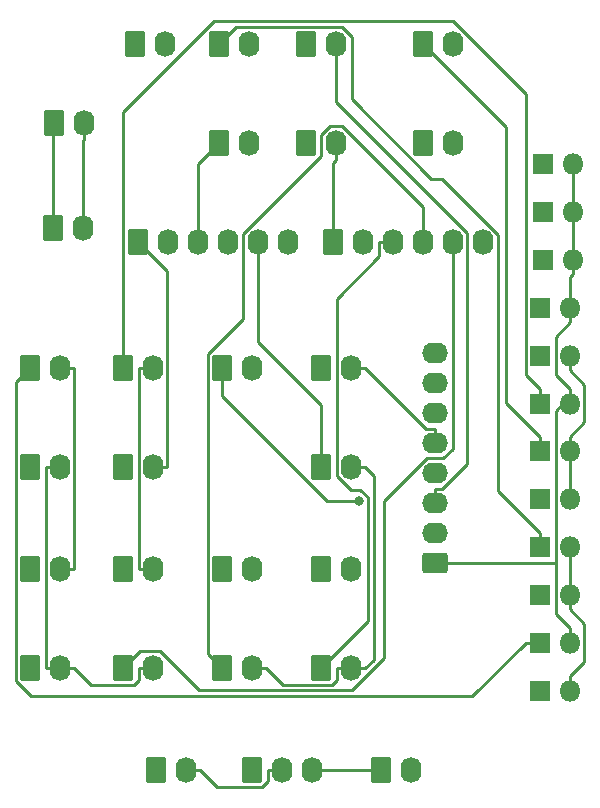
<source format=gbr>
%TF.GenerationSoftware,KiCad,Pcbnew,7.0.9*%
%TF.CreationDate,2023-12-04T06:36:33+10:00*%
%TF.ProjectId,CMSP NMSP,434d5350-204e-44d5-9350-2e6b69636164,rev?*%
%TF.SameCoordinates,Original*%
%TF.FileFunction,Copper,L1,Top*%
%TF.FilePolarity,Positive*%
%FSLAX46Y46*%
G04 Gerber Fmt 4.6, Leading zero omitted, Abs format (unit mm)*
G04 Created by KiCad (PCBNEW 7.0.9) date 2023-12-04 06:36:33*
%MOMM*%
%LPD*%
G01*
G04 APERTURE LIST*
G04 Aperture macros list*
%AMRoundRect*
0 Rectangle with rounded corners*
0 $1 Rounding radius*
0 $2 $3 $4 $5 $6 $7 $8 $9 X,Y pos of 4 corners*
0 Add a 4 corners polygon primitive as box body*
4,1,4,$2,$3,$4,$5,$6,$7,$8,$9,$2,$3,0*
0 Add four circle primitives for the rounded corners*
1,1,$1+$1,$2,$3*
1,1,$1+$1,$4,$5*
1,1,$1+$1,$6,$7*
1,1,$1+$1,$8,$9*
0 Add four rect primitives between the rounded corners*
20,1,$1+$1,$2,$3,$4,$5,0*
20,1,$1+$1,$4,$5,$6,$7,0*
20,1,$1+$1,$6,$7,$8,$9,0*
20,1,$1+$1,$8,$9,$2,$3,0*%
G04 Aperture macros list end*
%TA.AperFunction,ComponentPad*%
%ADD10RoundRect,0.250000X-0.620000X-0.845000X0.620000X-0.845000X0.620000X0.845000X-0.620000X0.845000X0*%
%TD*%
%TA.AperFunction,ComponentPad*%
%ADD11O,1.740000X2.190000*%
%TD*%
%TA.AperFunction,ComponentPad*%
%ADD12RoundRect,0.250000X0.845000X-0.620000X0.845000X0.620000X-0.845000X0.620000X-0.845000X-0.620000X0*%
%TD*%
%TA.AperFunction,ComponentPad*%
%ADD13O,2.190000X1.740000*%
%TD*%
%TA.AperFunction,ComponentPad*%
%ADD14R,1.800000X1.800000*%
%TD*%
%TA.AperFunction,ComponentPad*%
%ADD15O,1.800000X1.800000*%
%TD*%
%TA.AperFunction,ViaPad*%
%ADD16C,0.800000*%
%TD*%
%TA.AperFunction,Conductor*%
%ADD17C,0.250000*%
%TD*%
G04 APERTURE END LIST*
D10*
%TO.P,SW12,1,1*%
%TO.N,Net-(D14-K)*%
X108458000Y-92964000D03*
D11*
%TO.P,SW12,2,2*%
%TO.N,/ROW11*%
X110998000Y-92964000D03*
%TD*%
D10*
%TO.P,SW11,1,1*%
%TO.N,Net-(D13-K)*%
X108458000Y-75946000D03*
D11*
%TO.P,SW11,2,2*%
%TO.N,/ROW11*%
X110998000Y-75946000D03*
%TD*%
D10*
%TO.P,SW9,1,1*%
%TO.N,Net-(D10-K)*%
X116332000Y-75926000D03*
D11*
%TO.P,SW9,2,2*%
%TO.N,/ROW10*%
X118872000Y-75926000D03*
%TD*%
D10*
%TO.P,SW5,1,A*%
%TO.N,Net-(D5-K)*%
X124714000Y-75946000D03*
D11*
%TO.P,SW5,2,B*%
%TO.N,/ROW8*%
X127254000Y-75946000D03*
%TD*%
D10*
%TO.P,SW3,1,1*%
%TO.N,Net-(D3-K)*%
X133096000Y-92964000D03*
D11*
%TO.P,SW3,2,2*%
%TO.N,/ROW9*%
X135636000Y-92964000D03*
%TD*%
D10*
%TO.P,SW2,1,1*%
%TO.N,Net-(D2-K)*%
X133096000Y-75946000D03*
D11*
%TO.P,SW2,2,2*%
%TO.N,/ROW8*%
X135636000Y-75946000D03*
%TD*%
D10*
%TO.P,SW1,1,1*%
%TO.N,Net-(D1-K)*%
X131826000Y-48494000D03*
D11*
%TO.P,SW1,2,2*%
%TO.N,/ROW6*%
X134366000Y-48494000D03*
%TD*%
D10*
%TO.P,LA10,1,-*%
%TO.N,/ILS*%
X108458000Y-101366000D03*
D11*
%TO.P,LA10,2,+*%
%TO.N,/+12V*%
X110998000Y-101366000D03*
%TD*%
D10*
%TO.P,LA9,1,-*%
%TO.N,/TISL*%
X108458000Y-84328000D03*
D11*
%TO.P,LA9,2,+*%
%TO.N,/+12V*%
X110998000Y-84328000D03*
%TD*%
D10*
%TO.P,LA8,1,-*%
%TO.N,/EGI*%
X116332000Y-84348000D03*
D11*
%TO.P,LA8,2,+*%
%TO.N,/+12V*%
X118872000Y-84348000D03*
%TD*%
D10*
%TO.P,LA7,1,-*%
%TO.N,/TCN*%
X116332000Y-101366000D03*
D11*
%TO.P,LA7,2,+*%
%TO.N,/+12V*%
X118872000Y-101366000D03*
%TD*%
D10*
%TO.P,LA6,1,-*%
%TO.N,/ANCHR*%
X124714000Y-101366000D03*
D11*
%TO.P,LA6,2,+*%
%TO.N,/+12V*%
X127254000Y-101366000D03*
%TD*%
D10*
%TO.P,LA5,1,-*%
%TO.N,/MISSLE LAUNCH*%
X141732000Y-56916000D03*
D11*
%TO.P,LA5,2,+*%
%TO.N,/+12V*%
X144272000Y-56916000D03*
%TD*%
D10*
%TO.P,LA4,1,-*%
%TO.N,/SEP*%
X124460000Y-56916000D03*
D11*
%TO.P,LA4,2,+*%
%TO.N,/+12V*%
X127000000Y-56916000D03*
%TD*%
D10*
%TO.P,LA3,1,-*%
%TO.N,/STR PT*%
X133096000Y-101346000D03*
D11*
%TO.P,LA3,2,+*%
%TO.N,/+12V*%
X135636000Y-101346000D03*
%TD*%
D10*
%TO.P,LA2,1,-*%
%TO.N,/HARS*%
X133096000Y-84348000D03*
D11*
%TO.P,LA2,2,+*%
%TO.N,/+12V*%
X135636000Y-84348000D03*
%TD*%
D10*
%TO.P,LA1,1,-*%
%TO.N,/PRI*%
X131826000Y-56916000D03*
D11*
%TO.P,LA1,2,+*%
%TO.N,/+12V*%
X134366000Y-56916000D03*
%TD*%
D12*
%TO.P,J6,1,Pin_1*%
%TO.N,/COL4*%
X142748000Y-92456000D03*
D13*
%TO.P,J6,2,Pin_2*%
%TO.N,/COL5*%
X142748000Y-89916000D03*
%TO.P,J6,3,Pin_3*%
%TO.N,/ROW6*%
X142748000Y-87376000D03*
%TO.P,J6,4,Pin_4*%
%TO.N,/ROW7*%
X142748000Y-84836000D03*
%TO.P,J6,5,Pin_5*%
%TO.N,/ROW8*%
X142748000Y-82296000D03*
%TO.P,J6,6,Pin_6*%
%TO.N,/ROW9*%
X142748000Y-79756000D03*
%TO.P,J6,7,Pin_7*%
%TO.N,/ROW10*%
X142748000Y-77216000D03*
%TO.P,J6,8,Pin_8*%
%TO.N,/ROW11*%
X142748000Y-74676000D03*
%TD*%
D10*
%TO.P,J5,1,Pin_1*%
%TO.N,/+12V*%
X134112000Y-65278000D03*
D11*
%TO.P,J5,2,Pin_2*%
%TO.N,/TISL*%
X136652000Y-65278000D03*
%TO.P,J5,3,Pin_3*%
%TO.N,/STR PT*%
X139192000Y-65278000D03*
%TO.P,J5,4,Pin_4*%
%TO.N,/ANCHR*%
X141732000Y-65278000D03*
%TO.P,J5,5,Pin_5*%
%TO.N,/TCN*%
X144272000Y-65278000D03*
%TO.P,J5,6,Pin_6*%
%TO.N,/ILS*%
X146812000Y-65278000D03*
%TD*%
D10*
%TO.P,J4,1,Pin_1*%
%TO.N,/+12V*%
X117602000Y-65278000D03*
D11*
%TO.P,J4,2,Pin_2*%
%TO.N,/PRI*%
X120142000Y-65278000D03*
%TO.P,J4,3,Pin_3*%
%TO.N,/SEP*%
X122682000Y-65278000D03*
%TO.P,J4,4,Pin_4*%
%TO.N,/MISSLE LAUNCH*%
X125222000Y-65278000D03*
%TO.P,J4,5,Pin_5*%
%TO.N,/HARS*%
X127762000Y-65278000D03*
%TO.P,J4,6,Pin_6*%
%TO.N,/EGI*%
X130302000Y-65278000D03*
%TD*%
D10*
%TO.P,J3,1,Pin_1*%
%TO.N,Net-(D12-K)*%
X127254000Y-109962000D03*
D11*
%TO.P,J3,2,Pin_2*%
%TO.N,Net-(D12-A)*%
X129794000Y-109962000D03*
%TO.P,J3,3,Pin_3*%
%TO.N,Net-(D8-K)*%
X132334000Y-109962000D03*
%TD*%
D14*
%TO.P,D14,1,K*%
%TO.N,Net-(D14-K)*%
X151638000Y-103242000D03*
D15*
%TO.P,D14,2,A*%
%TO.N,/COL5*%
X154178000Y-103242000D03*
%TD*%
D14*
%TO.P,D13,1,K*%
%TO.N,Net-(D13-K)*%
X151638000Y-99190400D03*
D15*
%TO.P,D13,2,A*%
%TO.N,/COL4*%
X154178000Y-99190400D03*
%TD*%
D10*
%TO.P,D12,1,K*%
%TO.N,Net-(D12-K)*%
X119126000Y-109982000D03*
D11*
%TO.P,D12,2,A*%
%TO.N,Net-(D12-A)*%
X121666000Y-109982000D03*
%TD*%
D14*
%TO.P,D11,1,K*%
%TO.N,Net-(D11-K)*%
X151638000Y-95138700D03*
D15*
%TO.P,D11,2,A*%
%TO.N,/COL5*%
X154178000Y-95138700D03*
%TD*%
D10*
%TO.P,D8,1,K*%
%TO.N,Net-(D8-K)*%
X138176000Y-109982000D03*
D11*
%TO.P,D8,2,A*%
%TO.N,Net-(D12-A)*%
X140716000Y-109982000D03*
%TD*%
D10*
%TO.P,SW10,1,1*%
%TO.N,Net-(D11-K)*%
X116332000Y-92964000D03*
D11*
%TO.P,SW10,2,2*%
%TO.N,/ROW10*%
X118872000Y-92964000D03*
%TD*%
D14*
%TO.P,D4,1,K*%
%TO.N,Net-(D4-K)*%
X151638000Y-91087100D03*
D15*
%TO.P,D4,2,A*%
%TO.N,/COL5*%
X154178000Y-91087100D03*
%TD*%
D10*
%TO.P,SW6,1,1*%
%TO.N,Net-(D6-K)*%
X141732000Y-48514000D03*
D11*
%TO.P,SW6,2,2*%
%TO.N,/ROW7*%
X144272000Y-48514000D03*
%TD*%
D14*
%TO.P,D10,1,K*%
%TO.N,Net-(D10-K)*%
X151638000Y-78932200D03*
D15*
%TO.P,D10,2,A*%
%TO.N,/COL4*%
X154178000Y-78932200D03*
%TD*%
D14*
%TO.P,D7,1,K*%
%TO.N,Net-(D7-K)*%
X151638000Y-74880500D03*
D15*
%TO.P,D7,2,A*%
%TO.N,/COL5*%
X154178000Y-74880500D03*
%TD*%
D10*
%TO.P,J2,1,Pin_1*%
%TO.N,Net-(J1-Pin_1)*%
X110390000Y-64110000D03*
D11*
%TO.P,J2,2,Pin_2*%
%TO.N,Net-(J1-Pin_2)*%
X112930000Y-64110000D03*
%TD*%
D14*
%TO.P,D9,1,K*%
%TO.N,Net-(D9-K)*%
X151892000Y-62725600D03*
D15*
%TO.P,D9,2,A*%
%TO.N,/COL4*%
X154432000Y-62725600D03*
%TD*%
D10*
%TO.P,SW8,1,1*%
%TO.N,Net-(D9-K)*%
X117348000Y-48494000D03*
D11*
%TO.P,SW8,2,2*%
%TO.N,/ROW7*%
X119888000Y-48494000D03*
%TD*%
D14*
%TO.P,D3,1,K*%
%TO.N,Net-(D3-K)*%
X151638000Y-70828900D03*
D15*
%TO.P,D3,2,A*%
%TO.N,/COL4*%
X154178000Y-70828900D03*
%TD*%
D14*
%TO.P,D6,1,K*%
%TO.N,Net-(D6-K)*%
X151638000Y-82983800D03*
D15*
%TO.P,D6,2,A*%
%TO.N,/COL5*%
X154178000Y-82983800D03*
%TD*%
D14*
%TO.P,D5,1,K*%
%TO.N,Net-(D5-K)*%
X151638000Y-87035500D03*
D15*
%TO.P,D5,2,A*%
%TO.N,/COL5*%
X154178000Y-87035500D03*
%TD*%
D14*
%TO.P,D1,1,K*%
%TO.N,Net-(D1-K)*%
X151892000Y-66777300D03*
D15*
%TO.P,D1,2,A*%
%TO.N,/COL4*%
X154432000Y-66777300D03*
%TD*%
D10*
%TO.P,J1,1,Pin_1*%
%TO.N,Net-(J1-Pin_1)*%
X110450000Y-55170000D03*
D11*
%TO.P,J1,2,Pin_2*%
%TO.N,Net-(J1-Pin_2)*%
X112990000Y-55170000D03*
%TD*%
D10*
%TO.P,SW4,1,1*%
%TO.N,Net-(D4-K)*%
X124460000Y-48494000D03*
D11*
%TO.P,SW4,2,2*%
%TO.N,/ROW6*%
X127000000Y-48494000D03*
%TD*%
D10*
%TO.P,SW7,1,1*%
%TO.N,Net-(D7-K)*%
X124714000Y-92964000D03*
D11*
%TO.P,SW7,2,2*%
%TO.N,/ROW9*%
X127254000Y-92964000D03*
%TD*%
D15*
%TO.P,D2,2,A*%
%TO.N,/COL4*%
X154432000Y-58674000D03*
D14*
%TO.P,D2,1,K*%
%TO.N,Net-(D2-K)*%
X151892000Y-58674000D03*
%TD*%
D16*
%TO.N,Net-(D5-K)*%
X136351800Y-87200700D03*
%TD*%
D17*
%TO.N,/ROW11*%
X112193300Y-75946000D02*
X112193300Y-92964000D01*
X110998000Y-75946000D02*
X112193300Y-75946000D01*
X110998000Y-92964000D02*
X112193300Y-92964000D01*
%TO.N,/ROW10*%
X117676700Y-92964000D02*
X117676700Y-75926000D01*
X118872000Y-92964000D02*
X117676700Y-92964000D01*
X118872000Y-75926000D02*
X117676700Y-75926000D01*
%TO.N,/TCN*%
X144272000Y-82743000D02*
X144272000Y-65278000D01*
X143449000Y-83566000D02*
X144272000Y-82743000D01*
X142081000Y-83566000D02*
X143449000Y-83566000D01*
X138428000Y-87219000D02*
X142081000Y-83566000D01*
X138428000Y-100493500D02*
X138428000Y-87219000D01*
X135704000Y-103217500D02*
X138428000Y-100493500D01*
X122771600Y-103217500D02*
X135704000Y-103217500D01*
X119462000Y-99907900D02*
X122771600Y-103217500D01*
X117790100Y-99907900D02*
X119462000Y-99907900D01*
X116332000Y-101366000D02*
X117790100Y-99907900D01*
%TO.N,/ANCHR*%
X123491800Y-100143800D02*
X124714000Y-101366000D01*
X123491800Y-74780800D02*
X123491800Y-100143800D01*
X126522100Y-71750500D02*
X123491800Y-74780800D01*
X126522100Y-64538700D02*
X126522100Y-71750500D01*
X133075700Y-57985100D02*
X126522100Y-64538700D01*
X133075700Y-56227900D02*
X133075700Y-57985100D01*
X133832000Y-55471600D02*
X133075700Y-56227900D01*
X134875800Y-55471600D02*
X133832000Y-55471600D01*
X141732000Y-62327800D02*
X134875800Y-55471600D01*
X141732000Y-65278000D02*
X141732000Y-62327800D01*
%TO.N,/STR PT*%
X137082100Y-97359900D02*
X133096000Y-101346000D01*
X137082100Y-86883700D02*
X137082100Y-97359900D01*
X136441800Y-86243400D02*
X137082100Y-86883700D01*
X135614600Y-86243400D02*
X136441800Y-86243400D01*
X134424100Y-85052900D02*
X135614600Y-86243400D01*
X134424100Y-70045900D02*
X134424100Y-85052900D01*
X137996700Y-66473300D02*
X134424100Y-70045900D01*
X137996700Y-65278000D02*
X137996700Y-66473300D01*
X139192000Y-65278000D02*
X137996700Y-65278000D01*
%TO.N,/HARS*%
X133096000Y-79062800D02*
X133096000Y-84348000D01*
X127762000Y-73728800D02*
X133096000Y-79062800D01*
X127762000Y-65278000D02*
X127762000Y-73728800D01*
%TO.N,/SEP*%
X122682000Y-58694000D02*
X124460000Y-56916000D01*
X122682000Y-65278000D02*
X122682000Y-58694000D01*
%TO.N,/+12V*%
X134112000Y-58590300D02*
X134366000Y-58336300D01*
X134112000Y-65278000D02*
X134112000Y-58590300D01*
X134366000Y-56916000D02*
X134366000Y-58336300D01*
X120067300Y-67743300D02*
X120067300Y-84348000D01*
X117602000Y-65278000D02*
X120067300Y-67743300D01*
X118872000Y-84348000D02*
X120067300Y-84348000D01*
X113614600Y-102787300D02*
X112193300Y-101366000D01*
X117226600Y-102787300D02*
X113614600Y-102787300D01*
X117676700Y-102337200D02*
X117226600Y-102787300D01*
X117676700Y-101366000D02*
X117676700Y-102337200D01*
X118872000Y-101366000D02*
X117676700Y-101366000D01*
X110998000Y-101366000D02*
X112193300Y-101366000D01*
X109802700Y-84328000D02*
X109802700Y-101366000D01*
X110998000Y-84328000D02*
X109802700Y-84328000D01*
X110998000Y-101366000D02*
X109802700Y-101366000D01*
X134440700Y-102317200D02*
X134440700Y-101346000D01*
X133990700Y-102767200D02*
X134440700Y-102317200D01*
X129850500Y-102767200D02*
X133990700Y-102767200D01*
X128449300Y-101366000D02*
X129850500Y-102767200D01*
X127254000Y-101366000D02*
X128449300Y-101366000D01*
X135636000Y-101346000D02*
X134440700Y-101346000D01*
X135636000Y-84348000D02*
X136831300Y-84348000D01*
X135636000Y-101346000D02*
X136831300Y-101346000D01*
X137548400Y-85065100D02*
X136831300Y-84348000D01*
X137548400Y-100628900D02*
X137548400Y-85065100D01*
X136831300Y-101346000D02*
X137548400Y-100628900D01*
%TO.N,Net-(D13-K)*%
X151638000Y-99190400D02*
X150412700Y-99190400D01*
X145902500Y-103700600D02*
X150412700Y-99190400D01*
X108508000Y-103700600D02*
X145902500Y-103700600D01*
X107255600Y-102448200D02*
X108508000Y-103700600D01*
X107255600Y-77148400D02*
X107255600Y-102448200D01*
X108458000Y-75946000D02*
X107255600Y-77148400D01*
%TO.N,Net-(D12-A)*%
X124304400Y-111425100D02*
X122861300Y-109982000D01*
X128106800Y-111425100D02*
X124304400Y-111425100D01*
X128598700Y-110933200D02*
X128106800Y-111425100D01*
X128598700Y-109962000D02*
X128598700Y-110933200D01*
X129794000Y-109962000D02*
X128598700Y-109962000D01*
X121666000Y-109982000D02*
X122861300Y-109982000D01*
%TO.N,/COL5*%
X154178000Y-82983800D02*
X154178000Y-87035500D01*
X155403300Y-80533200D02*
X154178000Y-81758500D01*
X155403300Y-77331100D02*
X155403300Y-80533200D01*
X154178000Y-76105800D02*
X155403300Y-77331100D01*
X154178000Y-74880500D02*
X154178000Y-76105800D01*
X154178000Y-82983800D02*
X154178000Y-81758500D01*
X154178000Y-91087100D02*
X154178000Y-95138700D01*
X155403300Y-100791400D02*
X154178000Y-102016700D01*
X155403300Y-97589300D02*
X155403300Y-100791400D01*
X154178000Y-96364000D02*
X155403300Y-97589300D01*
X154178000Y-95138700D02*
X154178000Y-96364000D01*
X154178000Y-103242000D02*
X154178000Y-102016700D01*
%TO.N,/COL4*%
X154432000Y-58674000D02*
X154432000Y-62725600D01*
X154178000Y-99190400D02*
X154178000Y-97965100D01*
X154432000Y-66777300D02*
X154432000Y-62725600D01*
X154432000Y-66777300D02*
X154432000Y-68002600D01*
X154178000Y-68256600D02*
X154178000Y-70828900D01*
X154432000Y-68002600D02*
X154178000Y-68256600D01*
X152952700Y-76481600D02*
X154178000Y-77706900D01*
X152952700Y-73279500D02*
X152952700Y-76481600D01*
X154178000Y-72054200D02*
X152952700Y-73279500D01*
X154178000Y-70828900D02*
X154178000Y-72054200D01*
X154178000Y-78932200D02*
X154178000Y-78319500D01*
X154178000Y-78319500D02*
X154178000Y-77706900D01*
X152952700Y-79544800D02*
X152952700Y-92456000D01*
X154178000Y-78319500D02*
X152952700Y-79544800D01*
X142748000Y-92456000D02*
X152952700Y-92456000D01*
X152952700Y-96739800D02*
X154178000Y-97965100D01*
X152952700Y-92456000D02*
X152952700Y-96739800D01*
%TO.N,/ROW6*%
X143345600Y-86180700D02*
X142748000Y-86180700D01*
X145467800Y-84058500D02*
X143345600Y-86180700D01*
X145467800Y-64535300D02*
X145467800Y-84058500D01*
X134366000Y-53433500D02*
X145467800Y-64535300D01*
X134366000Y-48494000D02*
X134366000Y-53433500D01*
X142748000Y-87376000D02*
X142748000Y-86180700D01*
%TO.N,Net-(D8-K)*%
X138156000Y-109962000D02*
X138176000Y-109982000D01*
X132334000Y-109962000D02*
X138156000Y-109962000D01*
%TO.N,Net-(D5-K)*%
X124714000Y-78295200D02*
X124714000Y-75946000D01*
X133619500Y-87200700D02*
X124714000Y-78295200D01*
X136351800Y-87200700D02*
X133619500Y-87200700D01*
%TO.N,Net-(J1-Pin_2)*%
X112930000Y-56650300D02*
X112930000Y-64110000D01*
X112990000Y-56590300D02*
X112930000Y-56650300D01*
X112990000Y-55170000D02*
X112990000Y-56590300D01*
%TO.N,Net-(J1-Pin_1)*%
X110390000Y-55230000D02*
X110390000Y-64110000D01*
X110450000Y-55170000D02*
X110390000Y-55230000D01*
%TO.N,/ROW8*%
X141986000Y-81100700D02*
X136831300Y-75946000D01*
X142748000Y-81100700D02*
X141986000Y-81100700D01*
X142748000Y-82296000D02*
X142748000Y-81100700D01*
X135636000Y-75946000D02*
X136831300Y-75946000D01*
%TO.N,Net-(D10-K)*%
X151638000Y-78932200D02*
X151638000Y-77706900D01*
X116332000Y-54267200D02*
X116332000Y-75926000D01*
X124059500Y-46539700D02*
X116332000Y-54267200D01*
X144250700Y-46539700D02*
X124059500Y-46539700D01*
X150412700Y-52701700D02*
X144250700Y-46539700D01*
X150412700Y-76481600D02*
X150412700Y-52701700D01*
X151638000Y-77706900D02*
X150412700Y-76481600D01*
%TO.N,Net-(D6-K)*%
X151638000Y-82983800D02*
X151638000Y-81758500D01*
X148769400Y-55551400D02*
X141732000Y-48514000D01*
X148769400Y-78889900D02*
X148769400Y-55551400D01*
X151638000Y-81758500D02*
X148769400Y-78889900D01*
%TO.N,Net-(D4-K)*%
X125907700Y-47046300D02*
X124460000Y-48494000D01*
X134893800Y-47046300D02*
X125907700Y-47046300D01*
X135706600Y-47859100D02*
X134893800Y-47046300D01*
X135706600Y-53170600D02*
X135706600Y-47859100D01*
X142435800Y-59899800D02*
X135706600Y-53170600D01*
X143349400Y-59899800D02*
X142435800Y-59899800D01*
X148094000Y-64644400D02*
X143349400Y-59899800D01*
X148094000Y-86317800D02*
X148094000Y-64644400D01*
X151638000Y-89861800D02*
X148094000Y-86317800D01*
X151638000Y-91087100D02*
X151638000Y-89861800D01*
%TD*%
M02*

</source>
